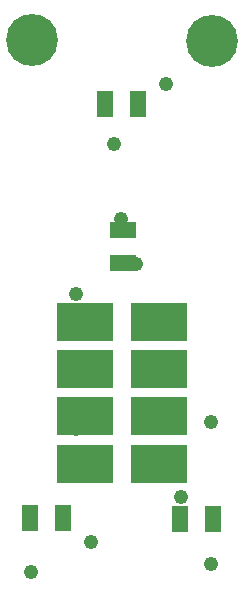
<source format=gbs>
%FSLAX25Y25*%
%MOIN*%
G70*
G01*
G75*
G04 Layer_Color=48896*
%ADD10R,0.08000X0.05000*%
%ADD11R,0.05906X0.05906*%
%ADD12R,0.05906X0.05906*%
%ADD13C,0.02500*%
%ADD14C,0.16500*%
%ADD15C,0.04000*%
%ADD16R,0.05000X0.08000*%
%ADD17R,0.17716X0.12205*%
%ADD18C,0.01000*%
%ADD19C,0.01200*%
%ADD20R,0.07000X0.04000*%
%ADD21R,0.04906X0.04906*%
%ADD22R,0.04906X0.04906*%
%ADD23R,0.04000X0.07000*%
%ADD24R,0.16716X0.11205*%
%ADD25R,0.08800X0.05800*%
%ADD26R,0.06706X0.06706*%
%ADD27R,0.06706X0.06706*%
%ADD28C,0.17300*%
%ADD29C,0.04800*%
%ADD30R,0.05800X0.08800*%
%ADD31R,0.18517X0.13005*%
D25*
X543000Y521500D02*
D03*
Y510500D02*
D03*
D28*
X572700Y584400D02*
D03*
X512700Y584700D02*
D03*
D29*
X572500Y410000D02*
D03*
X532500Y417500D02*
D03*
X512500Y407500D02*
D03*
X527500Y500000D02*
D03*
X542500Y525000D02*
D03*
X557500Y570000D02*
D03*
X540000Y550000D02*
D03*
X547500Y510000D02*
D03*
X562500Y432500D02*
D03*
X572500Y457500D02*
D03*
X527500Y455000D02*
D03*
D30*
X537000Y563500D02*
D03*
X573000Y425000D02*
D03*
X512000Y425500D02*
D03*
X548000Y563500D02*
D03*
X562000Y425000D02*
D03*
X523000Y425500D02*
D03*
D31*
X530394Y443500D02*
D03*
Y459248D02*
D03*
Y474996D02*
D03*
X555000Y443500D02*
D03*
Y459248D02*
D03*
Y474996D02*
D03*
X530394Y490744D02*
D03*
X555000D02*
D03*
M02*

</source>
